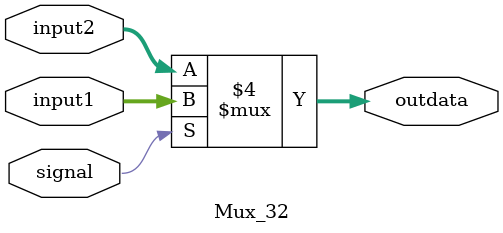
<source format=v>
`timescale 1ns / 1ps


module Mux_32(
    input[31:0] input1,
    input[31:0] input2,
    input signal,
    output reg[31:0] outdata
    );
    initial begin
        outdata = 0;
    end
    always @(signal or input1 or input2) begin
    if(signal)
        outdata = input1;
    else
        outdata = input2;
    end
    
endmodule

</source>
